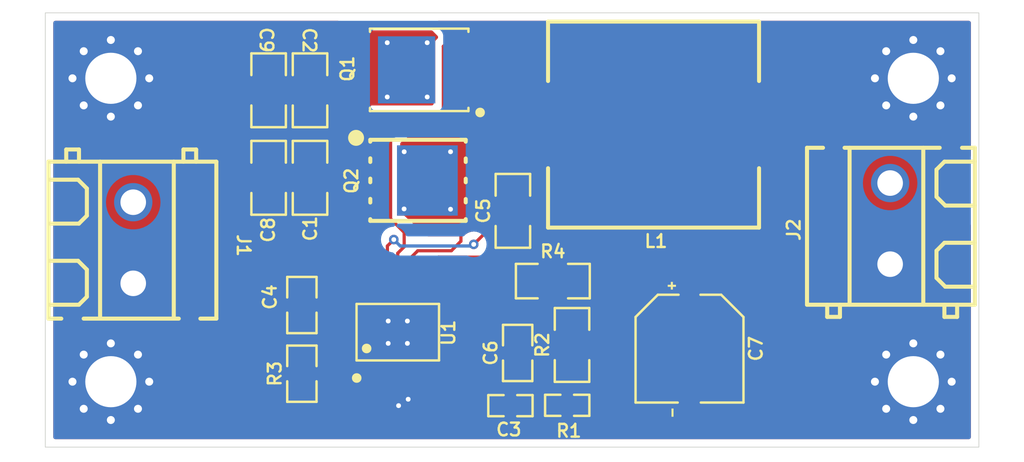
<source format=kicad_pcb>
(kicad_pcb (version 20240108) (generator "pcbnew") (generator_version "8.0")
  (layers (0 "F.Cu" signal) (31 "B.Cu" signal) (34 "B.Paste" user) (35 "F.Paste" user) (36 "B.SilkS" user "B.Silkscreen") (37 "F.SilkS" user "F.Silkscreen") (38 "B.Mask" user) (39 "F.Mask" user) (44 "Edge.Cuts" user))
  (net 0 "")
  (net 1 "GND")
  (net 2 "Net-(U1-SS)")
  (net 3 "Net-(U1-VCC)")
  (net 4 "Net-(U1-BST)")
  (net 5 "Net-(C6-Pad2)")
  (net 6 "Net-(U1-FB)")
  (net 7 "Net-(Q1-G)")
  (net 8 "Net-(Q2-G)")
  (net 9 "Net-(U1-RON)")
  (net 10 "Net-(U1-ILIM)")
  (net 12 "Net-(U1-VIN)")
  (net 13 "Net-(U1-SW)")
  (footprint "GT_Resistor:R1206" (layer "F.Cu") (at 32.95 -6.4 90)
    (property "Reference" "R2" (at 0 -1.85525 90) (layer "F.SilkS") (effects (font (size 0.8 0.8))))
    (property "Value" "88.7k" (hide yes))
    (fp_line (start 2.311 -1.079) (end 0.951 -1.079) (stroke (width 0.1525)) (layer "F.SilkS"))
    (fp_line (start -2.311 -1.079) (end -0.951 -1.079) (stroke (width 0.1525)) (layer "F.SilkS"))
    (fp_line (start 2.311 1.079) (end 2.311 -1.079) (stroke (width 0.1525)) (layer "F.SilkS"))
    (fp_line (start 0.951 1.079) (end 2.311 1.079) (stroke (width 0.1525)) (layer "F.SilkS"))
    (fp_line (start -0.951 1.079) (end -2.311 1.079) (stroke (width 0.1525)) (layer "F.SilkS"))
    (fp_line (start -2.311 1.079) (end -2.311 -1.079) (stroke (width 0.1525)) (layer "F.SilkS"))
    (pad "1" smd rect (at -1.479 0 90) (size 1.2075 1.701) (layers "F.Cu" "F.Paste" "F.Mask") (net 6 "Net-(U1-FB)"))
    (pad "2" smd rect (at 1.479 0 90) (size 1.2075 1.701) (layers "F.Cu" "F.Paste" "F.Mask") (net 5 "Net-(C6-Pad2)"))
  )
  (footprint "MountingHole:MountingHole_3.2mm_M3_Pad_Via" (layer "F.Cu") (at 4.1 -23.1)
    (property "Reference" "H1" (hide yes))
    (property "Value" "MountingHole_Pad")
    (pad "1" thru_hole circle (at -2.4 0) (size 0.8 0.8) (drill 0.5) (layers "*.Cu" "*.Mask") (net 1 "GND"))
    (pad "1" thru_hole circle (at -1.697056 -1.697056) (size 0.8 0.8) (drill 0.5) (layers "*.Cu" "*.Mask") (net 1 "GND"))
    (pad "1" thru_hole circle (at -1.697056 1.697056) (size 0.8 0.8) (drill 0.5) (layers "*.Cu" "*.Mask") (net 1 "GND"))
    (pad "1" thru_hole circle (at 0 -2.4) (size 0.8 0.8) (drill 0.5) (layers "*.Cu" "*.Mask") (net 1 "GND"))
    (pad "1" thru_hole circle (at 0 0) (size 6.4 6.4) (drill 3.2) (layers "*.Cu" "*.Mask") (net 1 "GND"))
    (pad "1" thru_hole circle (at 0 2.4) (size 0.8 0.8) (drill 0.5) (layers "*.Cu" "*.Mask") (net 1 "GND"))
    (pad "1" thru_hole circle (at 1.697056 -1.697056) (size 0.8 0.8) (drill 0.5) (layers "*.Cu" "*.Mask") (net 1 "GND"))
    (pad "1" thru_hole circle (at 1.697056 1.697056) (size 0.8 0.8) (drill 0.5) (layers "*.Cu" "*.Mask") (net 1 "GND"))
    (pad "1" thru_hole circle (at 2.4 0) (size 0.8 0.8) (drill 0.5) (layers "*.Cu" "*.Mask") (net 1 "GND"))
  )
  (footprint "MountingHole:MountingHole_3.2mm_M3_Pad_Via" (layer "F.Cu") (at 54.3 -4.1)
    (property "Reference" "H3" (hide yes))
    (property "Value" "MountingHole_Pad")
    (pad "1" thru_hole circle (at -2.4 0) (size 0.8 0.8) (drill 0.5) (layers "*.Cu" "*.Mask") (net 1 "GND"))
    (pad "1" thru_hole circle (at -1.697056 -1.697056) (size 0.8 0.8) (drill 0.5) (layers "*.Cu" "*.Mask") (net 1 "GND"))
    (pad "1" thru_hole circle (at -1.697056 1.697056) (size 0.8 0.8) (drill 0.5) (layers "*.Cu" "*.Mask") (net 1 "GND"))
    (pad "1" thru_hole circle (at 0 -2.4) (size 0.8 0.8) (drill 0.5) (layers "*.Cu" "*.Mask") (net 1 "GND"))
    (pad "1" thru_hole circle (at 0 0) (size 6.4 6.4) (drill 3.2) (layers "*.Cu" "*.Mask") (net 1 "GND"))
    (pad "1" thru_hole circle (at 0 2.4) (size 0.8 0.8) (drill 0.5) (layers "*.Cu" "*.Mask") (net 1 "GND"))
    (pad "1" thru_hole circle (at 1.697056 -1.697056) (size 0.8 0.8) (drill 0.5) (layers "*.Cu" "*.Mask") (net 1 "GND"))
    (pad "1" thru_hole circle (at 1.697056 1.697056) (size 0.8 0.8) (drill 0.5) (layers "*.Cu" "*.Mask") (net 1 "GND"))
    (pad "1" thru_hole circle (at 2.4 0) (size 0.8 0.8) (drill 0.5) (layers "*.Cu" "*.Mask") (net 1 "GND"))
  )
  (footprint "GT_Capacitor:C1206" (layer "F.Cu") (at 16.56 -16.868 90)
    (property "Reference" "C1" (at -3.181 0.01 90) (layer "F.SilkS") (effects (font (size 0.8 0.8))))
    (property "Value" "47uF" (hide yes))
    (fp_line (start 2.311 -1.079) (end 0.951 -1.079) (stroke (width 0.1525)) (layer "F.SilkS"))
    (fp_line (start -2.311 -1.079) (end -0.951 -1.079) (stroke (width 0.1525)) (layer "F.SilkS"))
    (fp_line (start 2.311 1.079) (end 2.311 -1.079) (stroke (width 0.1525)) (layer "F.SilkS"))
    (fp_line (start 0.951 1.079) (end 2.311 1.079) (stroke (width 0.1525)) (layer "F.SilkS"))
    (fp_line (start -0.951 1.079) (end -2.311 1.079) (stroke (width 0.1525)) (layer "F.SilkS"))
    (fp_line (start -2.311 1.079) (end -2.311 -1.079) (stroke (width 0.1525)) (layer "F.SilkS"))
    (pad "1" smd rect (at -1.479 0 90) (size 1.2075 1.701) (layers "F.Cu" "F.Paste" "F.Mask") (net 1 "GND"))
    (pad "2" smd rect (at 1.479 0 90) (size 1.2075 1.701) (layers "F.Cu" "F.Paste" "F.Mask") (net 12 "Net-(U1-VIN)"))
  )
  (footprint "GT_Capacitor:SMD,D6.3xL5.8mm" (layer "F.Cu") (at 40.3 -6.17 -90)
    (property "Reference" "C7" (at 0 -4.15225 90) (layer "F.SilkS") (effects (font (size 0.8 0.8))))
    (property "Value" "100uF" (hide yes))
    (fp_line (start -1.981 3.3755) (end -3.3755 1.981) (stroke (width 0.1525)) (layer "F.SilkS"))
    (fp_line (start 3.3755 3.3755) (end -1.981 3.3755) (stroke (width 0.1525)) (layer "F.SilkS"))
    (fp_line (start -3.376 1.981) (end -3.376 0.686) (stroke (width 0.1525)) (layer "F.SilkS"))
    (fp_line (start 3.376 0.7395) (end 3.376 3.3755) (stroke (width 0.1525)) (layer "F.SilkS"))
    (fp_line (start 3.376 -0.7075) (end 3.376 -3.376) (stroke (width 0.1525)) (layer "F.SilkS"))
    (fp_line (start -3.376 -1.98) (end -3.376 -0.686) (stroke (width 0.1525)) (layer "F.SilkS"))
    (fp_line (start -1.98 -3.376) (end -3.376 -1.98) (stroke (width 0.1525)) (layer "F.SilkS"))
    (fp_line (start 3.376 -3.376) (end -1.98 -3.376) (stroke (width 0.1525)) (layer "F.SilkS"))
    (fp_rect (start -4.181898 1.041017) (end -3.69949 1.170017) (fill solid) (layer "F.SilkS"))
    (fp_rect (start -4 0.847517) (end -3.871 1.363517) (fill solid) (layer "F.SilkS"))
    (fp_poly (pts (xy 4.266 1) (xy 4.266 1.129) (xy 3.75 1.129) (xy 3.75 1)) (fill solid) (layer "F.SilkS"))
    (pad "1" smd rect (at -2.67 0 270) (size 3.5 1.2) (layers "F.Cu" "F.Paste" "F.Mask") (net 5 "Net-(C6-Pad2)"))
    (pad "2" smd rect (at 2.67 0 270) (size 3.5 1.2) (layers "F.Cu" "F.Paste" "F.Mask") (net 1 "GND"))
  )
  (footprint "GT_Capacitor:C0805" (layer "F.Cu") (at 16.05 -8.9 90)
    (property "Reference" "C4" (at 0.5 -2 90) (layer "F.SilkS") (effects (font (size 0.8 0.8))))
    (property "Value" "2.2uF" (hide yes))
    (fp_line (start 1.761 -0.917) (end 0.476 -0.917) (stroke (width 0.1525)) (layer "F.SilkS"))
    (fp_line (start -1.761 -0.917) (end -0.476 -0.917) (stroke (width 0.1525)) (layer "F.SilkS"))
    (fp_line (start 1.761 0.917) (end 1.761 -0.917) (stroke (width 0.1525)) (layer "F.SilkS"))
    (fp_line (start 0.476 0.917) (end 1.761 0.917) (stroke (width 0.1525)) (layer "F.SilkS"))
    (fp_line (start -0.476 0.917) (end -1.761 0.917) (stroke (width 0.1525)) (layer "F.SilkS"))
    (fp_line (start -1.761 0.917) (end -1.761 -0.917) (stroke (width 0.1525)) (layer "F.SilkS"))
    (pad "1" smd rect (at -1 0 90) (size 1.1325 1.377) (layers "F.Cu" "F.Paste" "F.Mask") (net 3 "Net-(U1-VCC)"))
    (pad "2" smd rect (at 1 0 90) (size 1.1325 1.377) (layers "F.Cu" "F.Paste" "F.Mask") (net 1 "GND"))
  )
  (footprint "GT_Resistor:R1206" (layer "F.Cu") (at 31.75 -10.4)
    (property "Reference" "R4" (at 0 -1.85525 0) (layer "F.SilkS") (effects (font (size 0.8 0.8))))
    (property "Value" "604R" (hide yes))
    (fp_line (start -2.311 -1.079) (end -0.951 -1.079) (stroke (width 0.1525)) (layer "F.SilkS"))
    (fp_line (start -2.311 1.079) (end -2.311 -1.079) (stroke (width 0.1525)) (layer "F.SilkS"))
    (fp_line (start -0.951 1.079) (end -2.311 1.079) (stroke (width 0.1525)) (layer "F.SilkS"))
    (fp_line (start 0.951 1.079) (end 2.311 1.079) (stroke (width 0.1525)) (layer "F.SilkS"))
    (fp_line (start 2.311 -1.079) (end 0.951 -1.079) (stroke (width 0.1525)) (layer "F.SilkS"))
    (fp_line (start 2.311 1.079) (end 2.311 -1.079) (stroke (width 0.1525)) (layer "F.SilkS"))
    (pad "1" smd rect (at -1.479 0) (size 1.2075 1.701) (layers "F.Cu" "F.Paste" "F.Mask") (net 10 "Net-(U1-ILIM)"))
    (pad "2" smd rect (at 1.479 0) (size 1.2075 1.701) (layers "F.Cu" "F.Paste" "F.Mask") (net 13 "Net-(U1-SW)"))
  )
  (footprint "GT_Connectors:ST-2P-Plugin,P=5.08mm" (layer "F.Cu") (at 5.5 -12.8 -90)
    (property "Reference" "J1" (at 0.171 -6.907 -90) (layer "F.SilkS") (effects (font (size 0.8 0.8))))
    (property "Value" "1x2P" (hide yes))
    (fp_line (start -5.08 5.3) (end 4.75 5.3) (stroke (width 0.254)) (layer "F.SilkS"))
    (fp_line (start -3.95 5.3) (end -3.95 3.45) (stroke (width 0.254)) (layer "F.SilkS"))
    (fp_line (start 1.13 5.3) (end 1.13 3.45) (stroke (width 0.254)) (layer "F.SilkS"))
    (fp_line (start 4.75 4.5) (end 4.75 5.29875) (stroke (width 0.254)) (layer "F.SilkS"))
    (fp_line (start -5.842 4.191) (end -5.08 4.191) (stroke (width 0.254)) (layer "F.SilkS"))
    (fp_line (start -3.95 3.45) (end -3.4 2.9) (stroke (width 0.254)) (layer "F.SilkS"))
    (fp_line (start 1.13 3.45) (end 1.68 2.9) (stroke (width 0.254)) (layer "F.SilkS"))
    (fp_line (start -1.2 3.4) (end -1.2 5.3) (stroke (width 0.254)) (layer "F.SilkS"))
    (fp_line (start 3.88 3.4) (end 3.88 5.3) (stroke (width 0.254)) (layer "F.SilkS"))
    (fp_line (start -5.842 3.3935) (end -5.842 4.191) (stroke (width 0.254)) (layer "F.SilkS"))
    (fp_line (start -5.08 3.3935) (end -5.842 3.3935) (stroke (width 0.254)) (layer "F.SilkS"))
    (fp_line (start -3.4 2.9) (end -1.7 2.9) (stroke (width 0.254)) (layer "F.SilkS"))
    (fp_line (start -1.7 2.9) (end -1.2 3.4) (stroke (width 0.254)) (layer "F.SilkS"))
    (fp_line (start 1.68 2.9) (end 3.38 2.9) (stroke (width 0.254)) (layer "F.SilkS"))
    (fp_line (start 3.38 2.9) (end 3.88 3.4) (stroke (width 0.254)) (layer "F.SilkS"))
    (fp_line (start -5.08 2.073) (end 4.75 2.073) (stroke (width 0.254)) (layer "F.SilkS"))
    (fp_line (start -5.08 -2.5365) (end 4.75 -2.5365) (stroke (width 0.254)) (layer "F.SilkS"))
    (fp_line (start 4.75 -2.85) (end 4.75 3.1) (stroke (width 0.254)) (layer "F.SilkS"))
    (fp_line (start -5.842 -3.1395) (end -5.08 -3.1395) (stroke (width 0.254)) (layer "F.SilkS"))
    (fp_line (start -5.842 -3.937) (end -5.842 -3.1395) (stroke (width 0.254)) (layer "F.SilkS"))
    (fp_line (start -5.08 -3.937) (end -5.842 -3.937) (stroke (width 0.254)) (layer "F.SilkS"))
    (fp_line (start 4.75 -5.19875) (end 4.75 -4.2) (stroke (width 0.254)) (layer "F.SilkS"))
    (fp_line (start -5.08 -5.2) (end -5.08 5.3) (stroke (width 0.254)) (layer "F.SilkS"))
    (fp_line (start -5.08 -5.2) (end 4.75 -5.2) (stroke (width 0.254)) (layer "F.SilkS"))
    (pad "1" thru_hole circle (at -2.54 0 270) (size 2.4 2.4) (drill 1.6) (layers "*.Cu" "*.Mask") (net 12 "Net-(U1-VIN)"))
    (pad "2" thru_hole circle (at 2.54 0 270) (size 2.4 2.4) (drill 1.6) (layers "*.Cu" "*.Mask") (net 1 "GND"))
  )
  (footprint "GT_Capacitor:C1206" (layer "F.Cu") (at 16.56 -22.349 -90)
    (property "Reference" "C2" (at -3.131 0.04 -90) (layer "F.SilkS") (effects (font (size 0.8 0.8))))
    (property "Value" "100nF" (hide yes))
    (fp_line (start -2.311 1.079) (end -2.311 -1.079) (stroke (width 0.1525)) (layer "F.SilkS"))
    (fp_line (start -0.951 1.079) (end -2.311 1.079) (stroke (width 0.1525)) (layer "F.SilkS"))
    (fp_line (start 0.951 1.079) (end 2.311 1.079) (stroke (width 0.1525)) (layer "F.SilkS"))
    (fp_line (start 2.311 1.079) (end 2.311 -1.079) (stroke (width 0.1525)) (layer "F.SilkS"))
    (fp_line (start -2.311 -1.079) (end -0.951 -1.079) (stroke (width 0.1525)) (layer "F.SilkS"))
    (fp_line (start 2.311 -1.079) (end 0.951 -1.079) (stroke (width 0.1525)) (layer "F.SilkS"))
    (pad "1" smd rect (at -1.479 0 270) (size 1.2075 1.701) (layers "F.Cu" "F.Paste" "F.Mask") (net 1 "GND"))
    (pad "2" smd rect (at 1.479 0 270) (size 1.2075 1.701) (layers "F.Cu" "F.Paste" "F.Mask") (net 12 "Net-(U1-VIN)"))
  )
  (footprint "MountingHole:MountingHole_3.2mm_M3_Pad_Via" (layer "F.Cu") (at 4.1 -4.1)
    (property "Reference" "H4" (hide yes))
    (property "Value" "MountingHole_Pad")
    (pad "1" thru_hole circle (at -2.4 0) (size 0.8 0.8) (drill 0.5) (layers "*.Cu" "*.Mask") (net 1 "GND"))
    (pad "1" thru_hole circle (at -1.697056 -1.697056) (size 0.8 0.8) (drill 0.5) (layers "*.Cu" "*.Mask") (net 1 "GND"))
    (pad "1" thru_hole circle (at -1.697056 1.697056) (size 0.8 0.8) (drill 0.5) (layers "*.Cu" "*.Mask") (net 1 "GND"))
    (pad "1" thru_hole circle (at 0 -2.4) (size 0.8 0.8) (drill 0.5) (layers "*.Cu" "*.Mask") (net 1 "GND"))
    (pad "1" thru_hole circle (at 0 0) (size 6.4 6.4) (drill 3.2) (layers "*.Cu" "*.Mask") (net 1 "GND"))
    (pad "1" thru_hole circle (at 0 2.4) (size 0.8 0.8) (drill 0.5) (layers "*.Cu" "*.Mask") (net 1 "GND"))
    (pad "1" thru_hole circle (at 1.697056 -1.697056) (size 0.8 0.8) (drill 0.5) (layers "*.Cu" "*.Mask") (net 1 "GND"))
    (pad "1" thru_hole circle (at 1.697056 1.697056) (size 0.8 0.8) (drill 0.5) (layers "*.Cu" "*.Mask") (net 1 "GND"))
    (pad "1" thru_hole circle (at 2.4 0) (size 0.8 0.8) (drill 0.5) (layers "*.Cu" "*.Mask") (net 1 "GND"))
  )
  (footprint "Buck_converter:DFN-8_L5.8-W4.9-P1.27-LS6.0-BL-1" (layer "F.Cu") (at 23.25 -16.7 -90)
    (property "Reference" "Q2" (at 0.02 4.1 90) (layer "F.SilkS") (effects (font (size 0.8 0.8))))
    (property "Value" "CSD17581Q5A")
    (fp_line (start -2.55 2.92) (end -2.55 -3.05) (stroke (width 0.25)) (layer "F.SilkS"))
    (fp_line (start -2.43 2.92) (end -2.55 2.92) (stroke (width 0.25)) (layer "F.SilkS"))
    (fp_line (start -1.16 2.92) (end -1.39 2.92) (stroke (width 0.25)) (layer "F.SilkS"))
    (fp_line (start 0.11 2.92) (end -0.12 2.92) (stroke (width 0.25)) (layer "F.SilkS"))
    (fp_line (start 1.38 2.92) (end 1.15 2.92) (stroke (width 0.25)) (layer "F.SilkS"))
    (fp_line (start 2.53 2.92) (end 2.42 2.92) (stroke (width 0.25)) (layer "F.SilkS"))
    (fp_line (start -2.55 -3.05) (end -2.43 -3.05) (stroke (width 0.25)) (layer "F.SilkS"))
    (fp_line (start -1.38 -3.05) (end -1.16 -3.05) (stroke (width 0.25)) (layer "F.SilkS"))
    (fp_line (start -0.11 -3.05) (end 0.11 -3.05) (stroke (width 0.25)) (layer "F.SilkS"))
    (fp_line (start 1.16 -3.05) (end 1.37 -3.05) (stroke (width 0.25)) (layer "F.SilkS"))
    (fp_line (start 2.42 -3.05) (end 2.53 -3.05) (stroke (width 0.25)) (layer "F.SilkS"))
    (fp_line (start 2.53 -3.05) (end 2.53 2.92) (stroke (width 0.25)) (layer "F.SilkS"))
    (fp_arc (start -2.67 3.81) (mid -2.67 3.81) (end -2.67 3.81) (stroke (width 0.5)) (layer "F.SilkS"))
    (pad "1" smd rect (at -1.91 2.75 90) (size 0.58 1.2) (layers "F.Cu" "F.Paste" "F.Mask") (net 1 "GND"))
    (pad "2" smd rect (at -0.64 2.75 90) (size 0.58 1.2) (layers "F.Cu" "F.Paste" "F.Mask") (net 1 "GND"))
    (pad "3" smd rect (at 0.63 2.75 90) (size 0.58 1.2) (layers "F.Cu" "F.Paste" "F.Mask") (net 1 "GND"))
    (pad "4" smd rect (at 1.9 2.75 90) (size 0.58 1.2) (layers "F.Cu" "F.Paste" "F.Mask") (net 8 "Net-(Q2-G)"))
    (pad "5" smd rect (at 1.91 -2.75 270) (size 0.58 1.2) (layers "F.Cu" "F.Paste" "F.Mask") (net 13 "Net-(U1-SW)"))
    (pad "6" smd rect (at 0.64 -2.75 270) (size 0.58 1.2) (layers "F.Cu" "F.Paste" "F.Mask") (net 13 "Net-(U1-SW)"))
    (pad "7" smd rect (at -0.63 -2.75 270) (size 0.58 1.2) (layers "F.Cu" "F.Paste" "F.Mask") (net 13 "Net-(U1-SW)"))
    (pad "8" smd rect (at -1.9 -2.75 270) (size 0.58 1.2) (layers "F.Cu" "F.Paste" "F.Mask") (net 13 "Net-(U1-SW)"))
    (pad "9" thru_hole circle (at -1.8 -2.1 270) (size 0.8 0.8) (drill 0.3) (property pad_prop_heatsink) (layers "*.Cu" "*.Mask") (net 13 "Net-(U1-SW)"))
    (pad "9" thru_hole circle (at -1.8 0.8 270) (size 0.8 0.8) (drill 0.3) (property pad_prop_heatsink) (layers "*.Cu" "*.Mask") (net 13 "Net-(U1-SW)"))
    (pad "9" smd rect (at 0 -0.651368 270) (size 4.4 3.8) (layers "B.Cu" "B.Paste" "B.Mask") (net 13 "Net-(U1-SW)"))
    (pad "9" smd rect (at 0 -0.65 270) (size 4.4 3.8) (layers "F.Cu" "F.Paste" "F.Mask") (net 13 "Net-(U1-SW)"))
    (pad "9" thru_hole circle (at 1.780596 0.805857 270) (size 0.8 0.8) (drill 0.3) (property pad_prop_heatsink) (layers "*.Cu" "*.Mask") (net 13 "Net-(U1-SW)"))
    (pad "9" thru_hole circle (at 1.8 -2.1 270) (size 0.8 0.8) (drill 0.3) (property pad_prop_heatsink) (layers "*.Cu" "*.Mask") (net 13 "Net-(U1-SW)"))
  )
  (footprint "Buck_converter:PQFN-8_L5.8-W4.9-P1.27-LS6.0-BL" (layer "F.Cu") (at 23.39 -23.63 90)
    (property "Reference" "Q1" (at 0.07 -4.49 -90) (layer "F.SilkS") (effects (font (size 0.8 0.8))))
    (property "Value" "CSD16342Q5A")
    (fp_line (start 2.58 -3.08) (end 2.58 -3.08) (stroke (width 0.15)) (layer "F.SilkS"))
    (fp_line (start 2.58 -3.08) (end 2.38 -3.08) (stroke (width 0.15)) (layer "F.SilkS"))
    (fp_line (start -2.58 -3.08) (end -2.38 -3.08) (stroke (width 0.15)) (layer "F.SilkS"))
    (fp_line (start -2.58 -3.08) (end -2.58 -3.08) (stroke (width 0.15)) (layer "F.SilkS"))
    (fp_line (start 2.58 3.08) (end 2.58 -3.08) (stroke (width 0.15)) (layer "F.SilkS"))
    (fp_line (start 2.58 3.08) (end 2.58 3.08) (stroke (width 0.15)) (layer "F.SilkS"))
    (fp_line (start 2.38 3.08) (end 2.58 3.08) (stroke (width 0.15)) (layer "F.SilkS"))
    (fp_line (start -2.38 3.08) (end -2.58 3.08) (stroke (width 0.15)) (layer "F.SilkS"))
    (fp_line (start -2.58 3.08) (end -2.58 -3.08) (stroke (width 0.15)) (layer "F.SilkS"))
    (fp_line (start -2.58 3.08) (end -2.58 3.08) (stroke (width 0.15)) (layer "F.SilkS"))
    (fp_circle (center -2.67 3.81) (end -2.52 3.81) (stroke (width 0.3)) (fill none) (layer "F.SilkS"))
    (pad "1" smd oval (at -1.91 2.97 90) (size 0.57 1.6) (layers "F.Cu" "F.Paste" "F.Mask") (net 13 "Net-(U1-SW)"))
    (pad "2" smd oval (at -0.63 2.97 90) (size 0.57 1.6) (layers "F.Cu" "F.Paste" "F.Mask") (net 13 "Net-(U1-SW)"))
    (pad "3" smd oval (at 0.63 2.97 90) (size 0.57 1.6) (layers "F.Cu" "F.Paste" "F.Mask") (net 13 "Net-(U1-SW)"))
    (pad "4" smd oval (at 1.9 2.97 90) (size 0.57 1.6) (layers "F.Cu" "F.Paste" "F.Mask") (net 7 "Net-(Q1-G)"))
    (pad "5" smd oval (at 1.9 -2.97 90) (size 0.57 1.6) (layers "F.Cu" "F.Paste" "F.Mask") (net 12 "Net-(U1-VIN)"))
    (pad "6" smd oval (at 0.63 -2.97 90) (size 0.57 1.6) (layers "F.Cu" "F.Paste" "F.Mask") (net 12 "Net-(U1-VIN)"))
    (pad "7" smd oval (at -0.63 -2.97 90) (size 0.57 1.6) (layers "F.Cu" "F.Paste" "F.Mask") (net 12 "Net-(U1-VIN)"))
    (pad "8" smd oval (at -1.91 -2.97 90) (size 0.57 1.6) (layers "F.Cu" "F.Paste" "F.Mask") (net 12 "Net-(U1-VIN)"))
    (pad "9" thru_hole circle (at -1.7 -2 90) (size 0.8 0.8) (drill 0.3) (property pad_prop_heatsink) (layers "*.Cu" "*.Mask") (net 12 "Net-(U1-VIN)"))
    (pad "9" thru_hole circle (at -1.7 0.5 90) (size 0.8 0.8) (drill 0.3) (property pad_prop_heatsink) (layers "*.Cu" "*.Mask") (net 12 "Net-(U1-VIN)"))
    (pad "9" smd rect (at 0 -0.79 90) (size 4.2 3.58) (layers "F.Cu" "F.Paste" "F.Mask") (net 12 "Net-(U1-VIN)"))
    (pad "9" smd rect (at 0 -0.79 90) (size 4.2 3.58) (layers "B.Cu" "B.Paste" "B.Mask") (net 12 "Net-(U1-VIN)"))
    (pad "9" thru_hole circle (at 1.7 -2 90) (size 0.8 0.8) (drill 0.3) (property pad_prop_heatsink) (layers "*.Cu" "*.Mask") (net 12 "Net-(U1-VIN)"))
    (pad "9" thru_hole circle (at 1.7 0.5 90) (size 0.8 0.8) (drill 0.3) (property pad_prop_heatsink) (layers "*.Cu" "*.Mask") (net 12 "Net-(U1-VIN)"))
  )
  (footprint "GT_Capacitor:C1206" (layer "F.Cu") (at 29.25 -14.8 90)
    (property "Reference" "C5" (at 0 -1.85525 90) (layer "F.SilkS") (effects (font (size 0.8 0.8))))
    (property "Value" "470nF" (hide yes))
    (fp_line (start 2.311 -1.079) (end 0.951 -1.079) (stroke (width 0.1525)) (layer "F.SilkS"))
    (fp_line (start -2.311 -1.079) (end -0.951 -1.079) (stroke (width 0.1525)) (layer "F.SilkS"))
    (fp_line (start 2.311 1.079) (end 2.311 -1.079) (stroke (width 0.1525)) (layer "F.SilkS"))
    (fp_line (start 0.951 1.079) (end 2.311 1.079) (stroke (width 0.1525)) (layer "F.SilkS"))
    (fp_line (start -0.951 1.079) (end -2.311 1.079) (stroke (width 0.1525)) (layer "F.SilkS"))
    (fp_line (start -2.311 1.079) (end -2.311 -1.079) (stroke (width 0.1525)) (layer "F.SilkS"))
    (pad "1" smd rect (at -1.479 0 90) (size 1.2075 1.701) (layers "F.Cu" "F.Paste" "F.Mask") (net 4 "Net-(U1-BST)"))
    (pad "2" smd rect (at 1.479 0 90) (size 1.2075 1.701) (layers "F.Cu" "F.Paste" "F.Mask") (net 13 "Net-(U1-SW)"))
  )
  (footprint "GT_Capacitor:C1206" (layer "F.Cu") (at 13.97 -22.349 -90)
    (property "Reference" "C9" (at -3.151 0.14 -90) (layer "F.SilkS") (effects (font (size 0.8 0.8))))
    (property "Value" "47uF" (hide yes))
    (fp_line (start -2.311 1.079) (end -2.311 -1.079) (stroke (width 0.1525)) (layer "F.SilkS"))
    (fp_line (start -0.951 1.079) (end -2.311 1.079) (stroke (width 0.1525)) (layer "F.SilkS"))
    (fp_line (start 0.951 1.079) (end 2.311 1.079) (stroke (width 0.1525)) (layer "F.SilkS"))
    (fp_line (start 2.311 1.079) (end 2.311 -1.079) (stroke (width 0.1525)) (layer "F.SilkS"))
    (fp_line (start -2.311 -1.079) (end -0.951 -1.079) (stroke (width 0.1525)) (layer "F.SilkS"))
    (fp_line (start 2.311 -1.079) (end 0.951 -1.079) (stroke (width 0.1525)) (layer "F.SilkS"))
    (pad "1" smd rect (at -1.479 0 270) (size 1.2075 1.701) (layers "F.Cu" "F.Paste" "F.Mask") (net 1 "GND"))
    (pad "2" smd rect (at 1.479 0 270) (size 1.2075 1.701) (layers "F.Cu" "F.Paste" "F.Mask") (net 12 "Net-(U1-VIN)"))
  )
  (footprint "GT_Resistor:R0603" (layer "F.Cu") (at 32.65 -2.621)
    (property "Reference" "R1" (at 0.1 1.6 0) (layer "F.SilkS") (effects (font (size 0.8 0.8))))
    (property "Value" "9.76k" (hide yes))
    (fp_line (start -1.385 -0.6605) (end -0.426 -0.6605) (stroke (width 0.1525)) (layer "F.SilkS"))
    (fp_line (start -1.385 0.6605) (end -1.385 -0.6605) (stroke (width 0.1525)) (layer "F.SilkS"))
    (fp_line (start -0.426 0.6605) (end -1.385 0.6605) (stroke (width 0.1525)) (layer "F.SilkS"))
    (fp_line (start 0.426 0.6605) (end 1.385 0.6605) (stroke (width 0.1525)) (layer "F.SilkS"))
    (fp_line (start 1.385 -0.6605) (end 0.426 -0.6605) (stroke (width 0.1525)) (layer "F.SilkS"))
    (fp_line (start 1.385 0.6605) (end 1.385 -0.6605) (stroke (width 0.1525)) (layer "F.SilkS"))
    (pad "1" smd rect (at -0.7535 0) (size 0.8065 0.864) (layers "F.Cu" "F.Paste" "F.Mask") (net 1 "GND"))
    (pad "2" smd rect (at 0.7535 0) (size 0.8065 0.864) (layers "F.Cu" "F.Paste" "F.Mask") (net 6 "Net-(U1-FB)"))
  )
  (footprint "Buck_converter:HTSSOP-14_L5.0-W4.4-P0.65-LS6.4-BL-EP" (layer "F.Cu") (at 22.05 -7.2)
    (property "Reference" "U1" (at 3.17 0.04 90) (layer "F.SilkS") (effects (font (size 0.8 0.8))))
    (property "Value" "LM3150MHX")
    (fp_line (start -2.58 -1.77) (end 2.58 -1.77) (stroke (width 0.15)) (layer "F.SilkS"))
    (fp_line (start -2.58 1.77) (end -2.58 -1.77) (stroke (width 0.15)) (layer "F.SilkS"))
    (fp_line (start 2.58 -1.77) (end 2.58 1.77) (stroke (width 0.15)) (layer "F.SilkS"))
    (fp_line (start 2.58 1.77) (end -2.58 1.77) (stroke (width 0.15)) (layer "F.SilkS"))
    (fp_circle (center -2.57 2.87) (end -2.42 2.87) (stroke (width 0.3)) (fill none) (layer "F.SilkS"))
    (fp_circle (center -1.95 1.02) (end -1.8 1.02) (stroke (width 0.3)) (fill none) (layer "F.SilkS"))
    (pad "1" smd oval (at -1.95 2.87) (size 0.34 1.73) (layers "F.Cu" "F.Paste" "F.Mask") (net 3 "Net-(U1-VCC)"))
    (pad "2" smd oval (at -1.3 2.87) (size 0.34 1.73) (layers "F.Cu" "F.Paste" "F.Mask") (net 12 "Net-(U1-VIN)"))
    (pad "3" smd oval (at -0.65 2.87) (size 0.34 1.73) (layers "F.Cu" "F.Paste" "F.Mask"))
    (pad "4" smd oval (at 0 2.87) (size 0.34 1.73) (layers "F.Cu" "F.Paste" "F.Mask") (net 6 "Net-(U1-FB)"))
    (pad "5" smd oval (at 0.65 2.87) (size 0.34 1.73) (layers "F.Cu" "F.Paste" "F.Mask") (net 1 "GND"))
    (pad "6" smd oval (at 1.3 2.87) (size 0.34 1.73) (layers "F.Cu" "F.Paste" "F.Mask") (net 2 "Net-(U1-SS)"))
    (pad "7" smd oval (at 1.95 2.87) (size 0.34 1.73) (layers "F.Cu" "F.Paste" "F.Mask") (net 9 "Net-(U1-RON)"))
    (pad "8" smd oval (at 1.95 -2.87) (size 0.34 1.73) (layers "F.Cu" "F.Paste" "F.Mask") (net 10 "Net-(U1-ILIM)"))
    (pad "9" smd oval (at 1.3 -2.87) (size 0.34 1.73) (layers "F.Cu" "F.Paste" "F.Mask") (net 1 "GND"))
    (pad "10" smd oval (at 0.65 -2.87) (size 0.34 1.73) (layers "F.Cu" "F.Paste" "F.Mask") (net 13 "Net-(U1-SW)"))
    (pad "11" smd oval (at 0 -2.87) (size 0.34 1.73) (layers "F.Cu" "F.Paste" "F.Mask") (net 7 "Net-(Q1-G)"))
    (pad "12" smd oval (at -0.65 -2.87) (size 0.34 1.73) (layers "F.Cu" "F.Paste" "F.Mask") (net 4 "Net-(U1-BST)"))
    (pad "13" smd oval (at -1.3 -2.87) (size 0.34 1.73) (layers "F.Cu" "F.Paste" "F.Mask") (net 8 "Net-(Q2-G)"))
    (pad "14" smd oval (at -1.95 -2.87) (size 0.34 1.73) (layers "F.Cu" "F.Paste" "F.Mask") (net 1 "GND"))
    (pad "15" thru_hole circle (at -0.6 -0.7) (size 0.61 0.61) (drill 0.3) (layers "*.Cu" "*.Paste" "*.Mask") (net 1 "GND"))
    (pad "15" thru_hole circle (at -0.6 0.7) (size 0.61 0.61) (drill 0.3) (layers "*.Cu" "*.Paste" "*.Mask") (net 1 "GND"))
    (pad "15" smd rect (at 0 0) (size 1.83 2.06) (layers "F.Cu" "F.Paste" "F.Mask") (net 1 "GND"))
    (pad "15" smd rect (at 0 0) (size 1.83 2.06) (layers "B.Cu" "B.Paste" "B.Mask") (net 1 "GND"))
    (pad "15" thru_hole circle (at 0.6 -0.7) (size 0.61 0.61) (drill 0.3) (layers "*.Cu" "*.Paste" "*.Mask") (net 1 "GND"))
    (pad "15" thru_hole circle (at 0.6 0.7) (size 0.61 0.61) (drill 0.3) (layers "*.Cu" "*.Paste" "*.Mask") (net 1 "GND"))
  )
  (footprint "GT_Connectors:ST-2P-Plugin,P=5.08mm" (layer "F.Cu") (at 52.85 -14 90)
    (property "Reference" "J2" (at -0.381 -6.027 90) (layer "F.SilkS") (effects (font (size 0.8 0.8))))
    (property "Value" "1x2P" (hide yes))
    (fp_line (start -5.08 -5.2) (end 4.75 -5.2) (stroke (width 0.254)) (layer "F.SilkS"))
    (fp_line (start -5.08 -5.2) (end -5.08 5.3) (stroke (width 0.254)) (layer "F.SilkS"))
    (fp_line (start 4.75 -5.19875) (end 4.75 -4.2) (stroke (width 0.254)) (layer "F.SilkS"))
    (fp_line (start -5.08 -3.937) (end -5.842 -3.937) (stroke (width 0.254)) (layer "F.SilkS"))
    (fp_line (start -5.842 -3.937) (end -5.842 -3.1395) (stroke (width 0.254)) (layer "F.SilkS"))
    (fp_line (start -5.842 -3.1395) (end -5.08 -3.1395) (stroke (width 0.254)) (layer "F.SilkS"))
    (fp_line (start 4.75 -2.85) (end 4.75 3.1) (stroke (width 0.254)) (layer "F.SilkS"))
    (fp_line (start -5.08 -2.5365) (end 4.75 -2.5365) (stroke (width 0.254)) (layer "F.SilkS"))
    (fp_line (start -5.08 2.073) (end 4.75 2.073) (stroke (width 0.254)) (layer "F.SilkS"))
    (fp_line (start 3.38 2.9) (end 3.88 3.4) (stroke (width 0.254)) (layer "F.SilkS"))
    (fp_line (start 1.68 2.9) (end 3.38 2.9) (stroke (width 0.254)) (layer "F.SilkS"))
    (fp_line (start -1.7 2.9) (end -1.2 3.4) (stroke (width 0.254)) (layer "F.SilkS"))
    (fp_line (start -3.4 2.9) (end -1.7 2.9) (stroke (width 0.254)) (layer "F.SilkS"))
    (fp_line (start -5.08 3.3935) (end -5.842 3.3935) (stroke (width 0.254)) (layer "F.SilkS"))
    (fp_line (start -5.842 3.3935) (end -5.842 4.191) (stroke (width 0.254)) (layer "F.SilkS"))
    (fp_line (start 3.88 3.4) (end 3.88 5.3) (stroke (width 0.254)) (layer "F.SilkS"))
    (fp_line (start -1.2 3.4) (end -1.2 5.3) (stroke (width 0.254)) (layer "F.SilkS"))
    (fp_line (start 1.13 3.45) (end 1.68 2.9) (stroke (width 0.254)) (layer "F.SilkS"))
    (fp_line (start -3.95 3.45) (end -3.4 2.9) (stroke (width 0.254)) (layer "F.SilkS"))
    (fp_line (start -5.842 4.191) (end -5.08 4.191) (stroke (width 0.254)) (layer "F.SilkS"))
    (fp_line (start 4.75 4.5) (end 4.75 5.29875) (stroke (width 0.254)) (layer "F.SilkS"))
    (fp_line (start 1.13 5.3) (end 1.13 3.45) (stroke (width 0.254)) (layer "F.SilkS"))
    (fp_line (start -3.95 5.3) (end -3.95 3.45) (stroke (width 0.254)) (layer "F.SilkS"))
    (fp_line (start -5.08 5.3) (end 4.75 5.3) (stroke (width 0.254)) (layer "F.SilkS"))
    (pad "1" thru_hole circle (at -2.54 0 90) (size 2.4 2.4) (drill 1.6) (layers "*.Cu" "*.Mask") (net 1 "GND"))
    (pad "2" thru_hole circle (at 2.54 0 90) (size 2.4 2.4) (drill 1.6) (layers "*.Cu" "*.Mask") (net 5 "Net-(C6-Pad2)"))
  )
  (footprint "Buck_converter:IND-SMD_L13.2-W12.9_MMD-12FD" (layer "F.Cu") (at 38.05 -20.2)
    (property "Reference" "L1" (at 0.15 7.3 0) (layer "F.SilkS") (effects (font (size 0.8 0.8))))
    (property "Value" "2.2uH")
    (fp_line (start -6.6 -6.45) (end 6.6 -6.45) (stroke (width 0.25)) (layer "F.SilkS"))
    (fp_line (start -6.6 -2.73) (end -6.6 -6.45) (stroke (width 0.25)) (layer "F.SilkS"))
    (fp_line (start -6.6 6.45) (end -6.6 2.73) (stroke (width 0.25)) (layer "F.SilkS"))
    (fp_line (start 6.6 -2.73) (end 6.6 -6.45) (stroke (width 0.25)) (layer "F.SilkS"))
    (fp_line (start 6.6 6.45) (end -6.6 6.45) (stroke (width 0.25)) (layer "F.SilkS"))
    (fp_line (start 6.6 6.45) (end 6.6 2.73) (stroke (width 0.25)) (layer "F.SilkS"))
    (pad "1" smd rect (at -6 0) (size 3 5) (layers "F.Cu" "F.Paste" "F.Mask") (net 13 "Net-(U1-SW)"))
    (pad "2" smd rect (at 6 0) (size 3 5) (layers "F.Cu" "F.Paste" "F.Mask") (net 5 "Net-(C6-Pad2)"))
  )
  (footprint "GT_Capacitor:C0603" (layer "F.Cu") (at 29.0965 -2.6 180)
    (property "Reference" "C3" (at 0.1 -1.5 0) (layer "F.SilkS") (effects (font (size 0.8 0.8))))
    (property "Value" "15nF" (hide yes))
    (fp_line (start 1.385 0.6605) (end 1.385 -0.6605) (stroke (width 0.1525)) (layer "F.SilkS"))
    (fp_line (start 1.385 -0.6605) (end 0.426 -0.6605) (stroke (width 0.1525)) (layer "F.SilkS"))
    (fp_line (start 0.426 0.6605) (end 1.385 0.6605) (stroke (width 0.1525)) (layer "F.SilkS"))
    (fp_line (start -0.426 0.6605) (end -1.385 0.6605) (stroke (width 0.1525)) (layer "F.SilkS"))
    (fp_line (start -1.385 0.6605) (end -1.385 -0.6605) (stroke (width 0.1525)) (layer "F.SilkS"))
    (fp_line (start -1.385 -0.6605) (end -0.426 -0.6605) (stroke (width 0.1525)) (layer "F.SilkS"))
    (pad "1" smd rect (at -0.7535 0 180) (size 0.8065 0.864) (layers "F.Cu" "F.Paste" "F.Mask") (net 1 "GND"))
    (pad "2" smd rect (at 0.7535 0 180) (size 0.8065 0.864) (layers "F.Cu" "F.Paste" "F.Mask") (net 2 "Net-(U1-SS)"))
  )
  (footprint "GT_Capacitor:C1206" (layer "F.Cu") (at 13.97 -16.868 90)
    (property "Reference" "C8" (at -3.261 -0.03 90) (layer "F.SilkS") (effects (font (size 0.8 0.8))))
    (property "Value" "47uF" (hide yes))
    (fp_line (start 2.311 -1.079) (end 0.951 -1.079) (stroke (width 0.1525)) (layer "F.SilkS"))
    (fp_line (start -2.311 -1.079) (end -0.951 -1.079) (stroke (width 0.1525)) (layer "F.SilkS"))
    (fp_line (start 2.311 1.079) (end 2.311 -1.079) (stroke (width 0.1525)) (layer "F.SilkS"))
    (fp_line (start 0.951 1.079) (end 2.311 1.079) (stroke (width 0.1525)) (layer "F.SilkS"))
    (fp_line (start -0.951 1.079) (end -2.311 1.079) (stroke (width 0.1525)) (layer "F.SilkS"))
    (fp_line (start -2.311 1.079) (end -2.311 -1.079) (stroke (width 0.1525)) (layer "F.SilkS"))
    (pad "1" smd rect (at -1.479 0 90) (size 1.2075 1.701) (layers "F.Cu" "F.Paste" "F.Mask") (net 1 "GND"))
    (pad "2" smd rect (at 1.479 0 90) (size 1.2075 1.701) (layers "F.Cu" "F.Paste" "F.Mask") (net 12 "Net-(U1-VIN)"))
  )
  (footprint "GT_Resistor:R0805" (layer "F.Cu") (at 16.05 -4.6 90)
    (property "Reference" "R3" (at 0 -1.69325 90) (layer "F.SilkS") (effects (font (size 0.8 0.8))))
    (property "Value" "121K" (hide yes))
    (fp_line (start 1.761 -0.917) (end 0.476 -0.917) (stroke (width 0.1525)) (layer "F.SilkS"))
    (fp_line (start -1.761 -0.917) (end -0.476 -0.917) (stroke (width 0.1525)) (layer "F.SilkS"))
    (fp_line (start 1.761 0.917) (end 1.761 -0.917) (stroke (width 0.1525)) (layer "F.SilkS"))
    (fp_line (start 0.476 0.917) (end 1.761 0.917) (stroke (width 0.1525)) (layer "F.SilkS"))
    (fp_line (start -0.476 0.917) (end -1.761 0.917) (stroke (width 0.1525)) (layer "F.SilkS"))
    (fp_line (start -1.761 0.917) (end -1.761 -0.917) (stroke (width 0.1525)) (layer "F.SilkS"))
    (pad "1" smd rect (at -1 0 90) (size 1.1325 1.377) (layers "F.Cu" "F.Paste" "F.Mask") (net 9 "Net-(U1-RON)"))
    (pad "2" smd rect (at 1 0 90) (size 1.1325 1.377) (layers "F.Cu" "F.Paste" "F.Mask") (net 12 "Net-(U1-VIN)"))
  )
  (footprint "GT_Capacitor:C0805" (layer "F.Cu") (at 29.55 -5.9 90)
    (property "Reference" "C6" (at 0 -1.69325 90) (layer "F.SilkS") (effects (font (size 0.8 0.8))))
    (property "Value" "180pF" (hide yes))
    (fp_line (start 1.761 -0.917) (end 0.476 -0.917) (stroke (width 0.1525)) (layer "F.SilkS"))
    (fp_line (start -1.761 -0.917) (end -0.476 -0.917) (stroke (width 0.1525)) (layer "F.SilkS"))
    (fp_line (start 1.761 0.917) (end 1.761 -0.917) (stroke (width 0.1525)) (layer "F.SilkS"))
    (fp_line (start 0.476 0.917) (end 1.761 0.917) (stroke (width 0.1525)) (layer "F.SilkS"))
    (fp_line (start -0.476 0.917) (end -1.761 0.917) (stroke (width 0.1525)) (layer "F.SilkS"))
    (fp_line (start -1.761 0.917) (end -1.761 -0.917) (stroke (width 0.1525)) (layer "F.SilkS"))
    (pad "1" smd rect (at -1 0 90) (size 1.1325 1.377) (layers "F.Cu" "F.Paste" "F.Mask") (net 6 "Net-(U1-FB)"))
    (pad "2" smd rect (at 1 0 90) (size 1.1325 1.377) (layers "F.Cu" "F.Paste" "F.Mask") (net 5 "Net-(C6-Pad2)"))
  )
  (footprint "MountingHole:MountingHole_3.2mm_M3_Pad_Via" (layer "F.Cu") (at 54.3 -23.1)
    (property "Reference" "H2" (hide yes))
    (property "Value" "MountingHole_Pad")
    (pad "1" thru_hole circle (at -2.4 0) (size 0.8 0.8) (drill 0.5) (layers "*.Cu" "*.Mask") (net 1 "GND"))
    (pad "1" thru_hole circle (at -1.697056 -1.697056) (size 0.8 0.8) (drill 0.5) (layers "*.Cu" "*.Mask") (net 1 "GND"))
    (pad "1" thru_hole circle (at -1.697056 1.697056) (size 0.8 0.8) (drill 0.5) (layers "*.Cu" "*.Mask") (net 1 "GND"))
    (pad "1" thru_hole circle (at 0 -2.4) (size 0.8 0.8) (drill 0.5) (layers "*.Cu" "*.Mask") (net 1 "GND"))
    (pad "1" thru_hole circle (at 0 0) (size 6.4 6.4) (drill 3.2) (layers "*.Cu" "*.Mask") (net 1 "GND"))
    (pad "1" thru_hole circle (at 0 2.4) (size 0.8 0.8) (drill 0.5) (layers "*.Cu" "*.Mask") (net 1 "GND"))
    (pad "1" thru_hole circle (at 1.697056 -1.697056) (size 0.8 0.8) (drill 0.5) (layers "*.Cu" "*.Mask") (net 1 "GND"))
    (pad "1" thru_hole circle (at 1.697056 1.697056) (size 0.8 0.8) (drill 0.5) (layers "*.Cu" "*.Mask") (net 1 "GND"))
    (pad "1" thru_hole circle (at 2.4 0) (size 0.8 0.8) (drill 0.5) (layers "*.Cu" "*.Mask") (net 1 "GND"))
  )
  (gr_rect (start 0 -27.2) (end 58.4 0) (stroke (width 0.05)) (fill none) (layer "Edge.Cuts"))
  (segment (start 23.35 -8.6) (end 22.65 -7.9) (width 0.2) (layer "F.Cu") (net 1))
  (segment (start 23.35 -10.07) (end 23.35 -8.6) (width 0.2) (layer "F.Cu") (net 1))
  (segment (start 20.5 -18.61) (end 20.5 -16.07) (width 0.2) (layer "F.Cu") (net 1))
  (segment (start 22.7 -4.33) (end 22.7 -3) (width 0.2) (layer "F.Cu") (net 1))
  (via (at 22.7 -3) (size 0.6) (drill 0.3) (layers "F.Cu" "B.Cu") (net 1))
  (via (at 22.1 -2.6) (size 0.6) (drill 0.3) (layers "F.Cu" "B.Cu") (net 1))
  (segment (start 23.455 -5.5) (end 23.35 -5.395) (width 0.2) (layer "F.Cu") (net 2))
  (segment (start 23.35 -5.395) (end 23.35 -4.33) (width 0.2) (layer "F.Cu") (net 2))
  (segment (start 28.343 -2.6) (end 28.343 -3.557) (width 0.2) (layer "F.Cu") (net 2))
  (segment (start 28.343 -3.557) (end 26.4 -5.5) (width 0.2) (layer "F.Cu") (net 2))
  (segment (start 26.4 -5.5) (end 23.455 -5.5) (width 0.2) (layer "F.Cu") (net 2))
  (segment (start 19.2 -6.9) (end 20.1 -6) (width 0.2) (layer "F.Cu") (net 3))
  (segment (start 16.05 -7.9) (end 17.2 -7.9) (width 0.2) (layer "F.Cu") (net 3))
  (segment (start 20.1 -6) (end 20.1 -4.33) (width 0.2) (layer "F.Cu") (net 3))
  (segment (start 18.2 -6.9) (end 19.2 -6.9) (width 0.2) (layer "F.Cu") (net 3))
  (segment (start 17.2 -7.9) (end 18.2 -6.9) (width 0.2) (layer "F.Cu") (net 3))
  (segment (start 29.25 -13.321) (end 27.421 -13.321) (width 0.2) (layer "F.Cu") (net 4))
  (segment (start 21.4 -10.07) (end 21.4 -12.6) (width 0.2) (layer "F.Cu") (net 4))
  (segment (start 21.4 -12.6) (end 21.8 -13) (width 0.2) (layer "F.Cu") (net 4))
  (segment (start 27.421 -13.321) (end 26.8 -12.7) (width 0.2) (layer "F.Cu") (net 4))
  (via (at 21.8 -13) (size 0.6) (drill 0.3) (layers "F.Cu" "B.Cu") (net 4))
  (via (at 26.8 -12.7) (size 0.6) (drill 0.3) (layers "F.Cu" "B.Cu") (net 4))
  (segment (start 22.2 -12.6) (end 21.8 -13) (width 0.2) (layer "B.Cu") (net 4))
  (segment (start 26.6 -12.6) (end 22.2 -12.6) (width 0.2) (layer "B.Cu") (net 4))
  (segment (start 26.8 -12.7) (end 26.7 -12.7) (width 0.2) (layer "B.Cu") (net 4))
  (segment (start 26.7 -12.7) (end 26.6 -12.6) (width 0.2) (layer "B.Cu") (net 4))
  (segment (start 39.339 -7.879) (end 40.3 -8.84) (width 0.2) (layer "F.Cu") (net 5))
  (segment (start 29.55 -7.65) (end 29.779 -7.879) (width 0.2) (layer "F.Cu") (net 5))
  (segment (start 49.19 -20.2) (end 52.85 -16.54) (width 0.2) (layer "F.Cu") (net 5))
  (segment (start 40.3 -16.45) (end 44.05 -20.2) (width 0.2) (layer "F.Cu") (net 5))
  (segment (start 29.55 -6.9) (end 29.55 -7.65) (width 0.2) (layer "F.Cu") (net 5))
  (segment (start 29.779 -7.879) (end 32.95 -7.879) (width 0.2) (layer "F.Cu") (net 5))
  (segment (start 32.95 -7.879) (end 39.339 -7.879) (width 0.2) (layer "F.Cu") (net 5))
  (segment (start 44.05 -20.2) (end 49.19 -20.2) (width 0.2) (layer "F.Cu") (net 5))
  (segment (start 40.3 -8.84) (end 40.3 -16.45) (width 0.2) (layer "F.Cu") (net 5))
  (segment (start 23.265 -5.87) (end 22.57 -5.87) (width 0.2) (layer "F.Cu") (net 6))
  (segment (start 34.7 -4.5) (end 34.7 -2.9) (width 0.2) (layer "F.Cu") (net 6))
  (segment (start 34.279 -4.921) (end 34.7 -4.5) (width 0.2) (layer "F.Cu") (net 6))
  (segment (start 29.55 -4.9) (end 32.929 -4.9) (width 0.2) (layer "F.Cu") (net 6))
  (segment (start 27.65 -6.8) (end 24.195 -6.8) (width 0.2) (layer "F.Cu") (net 6))
  (segment (start 29.55 -4.9) (end 27.65 -6.8) (width 0.2) (layer "F.Cu") (net 6))
  (segment (start 34.421 -2.621) (end 33.4035 -2.621) (width 0.2) (layer "F.Cu") (net 6))
  (segment (start 22.57 -5.87) (end 22.05 -5.35) (width 0.2) (layer "F.Cu") (net 6))
  (segment (start 32.929 -4.9) (end 32.95 -4.921) (width 0.2) (layer "F.Cu") (net 6))
  (segment (start 32.95 -4.921) (end 34.279 -4.921) (width 0.2) (layer "F.Cu") (net 6))
  (segment (start 34.7 -2.9) (end 34.421 -2.621) (width 0.2) (layer "F.Cu") (net 6))
  (segment (start 24.195 -6.8) (end 23.265 -5.87) (width 0.2) (layer "F.Cu") (net 6))
  (segment (start 22.05 -5.35) (end 22.05 -4.33) (width 0.2) (layer "F.Cu") (net 6))
  (segment (start 21.6 -14.3) (end 22.45 -13.45) (width 0.2) (layer "F.Cu") (net 7))
  (segment (start 25.33 -25.53) (end 24.9 -25.1) (width 0.2) (layer "F.Cu") (net 7))
  (segment (start 24.3 -20.1) (end 22.2 -20.1) (width 0.2) (layer "F.Cu") (net 7))
  (segment (start 22.05 -10.07) (end 22.05 -12.15) (width 0.2) (layer "F.Cu") (net 7))
  (segment (start 24.9 -25.1) (end 24.9 -20.7) (width 0.2) (layer "F.Cu") (net 7))
  (segment (start 22.2 -20.1) (end 21.6 -19.5) (width 0.2) (layer "F.Cu") (net 7))
  (segment (start 26.36 -25.53) (end 25.33 -25.53) (width 0.2) (layer "F.Cu") (net 7))
  (segment (start 24.9 -20.7) (end 24.3 -20.1) (width 0.2) (layer "F.Cu") (net 7))
  (segment (start 22.45 -13.45) (end 22.45 -12.55) (width 0.2) (layer "F.Cu") (net 7))
  (segment (start 22.05 -12.15) (end 22.45 -12.55) (width 0.2) (layer "F.Cu") (net 7))
  (segment (start 21.6 -19.5) (end 21.6 -14.3) (width 0.2) (layer "F.Cu") (net 7))
  (segment (start 20.5 -14.8) (end 20.75 -14.55) (width 0.2) (layer "F.Cu") (net 8))
  (segment (start 20.75 -14.55) (end 20.75 -10.07) (width 0.2) (layer "F.Cu") (net 8))
  (segment (start 16.05 -2.25) (end 16.7 -1.6) (width 0.2) (layer "F.Cu") (net 9))
  (segment (start 23.4 -1.6) (end 24 -2.2) (width 0.2) (layer "F.Cu") (net 9))
  (segment (start 24 -2.2) (end 24 -4.33) (width 0.2) (layer "F.Cu") (net 9))
  (segment (start 16.7 -1.6) (end 23.4 -1.6) (width 0.2) (layer "F.Cu") (net 9))
  (segment (start 16.05 -3.6) (end 16.05 -2.25) (width 0.2) (layer "F.Cu") (net 9))
  (segment (start 24 -10.07) (end 24 -11.3) (width 0.2) (layer "F.Cu") (net 10))
  (segment (start 30.271 -11.529) (end 30.271 -10.4) (width 0.2) (layer "F.Cu") (net 10))
  (segment (start 29.9 -11.9) (end 30.271 -11.529) (width 0.2) (layer "F.Cu") (net 10))
  (segment (start 24 -11.3) (end 24.6 -11.9) (width 0.2) (layer "F.Cu") (net 10))
  (segment (start 24.6 -11.9) (end 29.9 -11.9) (width 0.2) (layer "F.Cu") (net 10))
  (segment (start 13.123 -17.5) (end 13.97 -18.347) (width 0.2) (layer "F.Cu") (net 12))
  (segment (start 17.3 -5.6) (end 17.9 -5) (width 0.2) (layer "F.Cu") (net 12))
  (segment (start 16.56 -20.87) (end 13.97 -20.87) (width 0.2) (layer "F.Cu") (net 12))
  (segment (start 7.39175 -17.5) (end 13.123 -17.5) (width 0.2) (layer "F.Cu") (net 12))
  (segment (start 18.6 -2.3) (end 20.2 -2.3) (width 0.2) (layer "F.Cu") (net 12))
  (segment (start 16.05 -5.6) (end 12.9 -5.6) (width 0.2) (layer "F.Cu") (net 12))
  (segment (start 17.9 -5) (end 17.9 -3) (width 0.2) (layer "F.Cu") (net 12))
  (segment (start 19.57 -20.87) (end 20.42 -21.72) (width 0.2) (layer "F.Cu") (net 12))
  (segment (start 20.2 -2.3) (end 20.75 -2.85) (width 0.2) (layer "F.Cu") (net 12))
  (segment (start 5.3 -15.40825) (end 7.39175 -17.5) (width 0.2) (layer "F.Cu") (net 12))
  (segment (start 16.56 -20.87) (end 19.57 -20.87) (width 0.2) (layer "F.Cu") (net 12))
  (segment (start 16.56 -18.347) (end 16.56 -20.87) (width 0.2) (layer "F.Cu") (net 12))
  (segment (start 5.3 -13.2) (end 5.3 -15.40825) (width 0.2) (layer "F.Cu") (net 12))
  (segment (start 17.9 -3) (end 18.6 -2.3) (width 0.2) (layer "F.Cu") (net 12))
  (segment (start 13.97 -18.347) (end 13.97 -20.87) (width 0.2) (layer "F.Cu") (net 12))
  (segment (start 20.75 -2.85) (end 20.75 -4.33) (width 0.2) (layer "F.Cu") (net 12))
  (segment (start 16.05 -5.6) (end 17.3 -5.6) (width 0.2) (layer "F.Cu") (net 12))
  (segment (start 12.9 -5.6) (end 5.3 -13.2) (width 0.2) (layer "F.Cu") (net 12))
  (segment (start 23.3 -12.3) (end 25.4 -12.3) (width 0.2) (layer "F.Cu") (net 13))
  (segment (start 26.86 -16.06) (end 27.1 -16.3) (width 0.2) (layer "F.Cu") (net 13))
  (segment (start 31.721 -16.279) (end 33.229 -14.771) (width 0.2) (layer "F.Cu") (net 13))
  (segment (start 26.36 -24.26) (end 26.36 -21.72) (width 0.2) (layer "F.Cu") (net 13))
  (segment (start 28.5 -19.6) (end 27.5 -18.6) (width 0.2) (layer "F.Cu") (net 13))
  (segment (start 29.25 -19.75) (end 29.7 -20.2) (width 0.2) (layer "F.Cu") (net 13))
  (segment (start 25.4 -12.3) (end 26 -12.9) (width 0.2) (layer "F.Cu") (net 13))
  (segment (start 33.229 -14.771) (end 33.229 -10.4) (width 0.2) (layer "F.Cu") (net 13))
  (segment (start 22.7 -11.7) (end 23.3 -12.3) (width 0.2) (layer "F.Cu") (net 13))
  (segment (start 29.25 -16.279) (end 29.25 -19.75) (width 0.2) (layer "F.Cu") (net 13))
  (segment (start 27.58 -21.72) (end 28.5 -20.8) (width 0.2) (layer "F.Cu") (net 13))
  (segment (start 22.7 -10.07) (end 22.7 -11.7) (width 0.2) (layer "F.Cu") (net 13))
  (segment (start 29.229 -16.3) (end 29.25 -16.279) (width 0.2) (layer "F.Cu") (net 13))
  (segment (start 29.7 -20.2) (end 32.05 -20.2) (width 0.2) (layer "F.Cu") (net 13))
  (segment (start 26 -16.06) (end 26.86 -16.06) (width 0.2) (layer "F.Cu") (net 13))
  (segment (start 26.36 -21.72) (end 27.58 -21.72) (width 0.2) (layer "F.Cu") (net 13))
  (segment (start 28.5 -20.8) (end 28.5 -19.6) (width 0.2) (layer "F.Cu") (net 13))
  (segment (start 27.5 -18.6) (end 26 -18.6) (width 0.2) (layer "F.Cu") (net 13))
  (segment (start 29.25 -16.279) (end 31.721 -16.279) (width 0.2) (layer "F.Cu") (net 13))
  (segment (start 27.1 -16.3) (end 29.229 -16.3) (width 0.2) (layer "F.Cu") (net 13))
  (segment (start 26 -12.9) (end 26 -14.79) (width 0.2) (layer "F.Cu") (net 13))
  (zone (net 12) (net_name "Net-(U1-VIN)") (layer "F.Cu") (priority 1) (connect_pads yes (clearance 0.5)) (min_thickness 0.25) (fill yes (thermal_gap 0.5) (thermal_bridge_width 0.5))
    (polygon (pts (xy 24.2 -26.1) (xy 24.7 -25.6) (xy 24.7 -21.7) (xy 24.4 -21.4) (xy 20.4 -21.4) (xy 17.8 -18.8) (xy 17.8 -17.9) (xy 16.9 -17) (xy 10.2 -17) (xy 6.5 -13.3) (xy 4.5 -13.3) (xy 3.4 -14.4) (xy 3.4 -16.6) (xy 9 -22.2) (xy 17 -22.2) (xy 18.2 -23.4) (xy 18.2 -25.6) (xy 18.7 -26.1)))
  )
  (zone (net 5) (net_name "Net-(C6-Pad2)") (layer "F.Cu") (priority 1) (connect_pads yes (clearance 0.5)) (min_thickness 0.25) (fill yes (thermal_gap 0.5) (thermal_bridge_width 0.5))
    (polygon (pts (xy 44 -6.1) (xy 49.4 -13.3) (xy 56.3 -13.3) (xy 57.7 -14.7) (xy 57.7 -17.4) (xy 56.4 -18.8) (xy 53.5 -18.8) (xy 46.4 -25.9) (xy 38.3 -25.9) (xy 36.5 -24.4) (xy 36.5 -9.7) (xy 35.5 -8.9) (xy 29.1 -8.9) (xy 28.4 -8.2) (xy 28.4 -7.4) (xy 29.1 -6.9) (xy 30.6 -6.9) (xy 31.1 -6.1)))
  )
  (zone (net 13) (net_name "Net-(U1-SW)") (layer "F.Cu") (priority 1) (connect_pads yes (clearance 0.5)) (min_thickness 0.25) (fill yes (thermal_gap 0.5) (thermal_bridge_width 0.5))
    (polygon (pts (xy 25.2 -24.4) (xy 25.8 -24.9) (xy 34.2 -24.9) (xy 35.4 -23.3) (xy 35.4 -10) (xy 34.3 -8.9) (xy 32.5 -8.9) (xy 31.6 -9.8) (xy 31.6 -13.8) (xy 29.2 -15.6) (xy 27.8 -15.6) (xy 27.3 -14.9) (xy 27.3 -13.9) (xy 26.7 -13.2) (xy 23.9 -13.2) (xy 22 -14.9) (xy 22 -18.9) (xy 22.9 -19.6) (xy 24.3 -19.6) (xy 25.2 -20.5)))
  )
  (zone (net 1) (net_name "GND") (layers "F&B.Cu") (connect_pads yes (clearance 0.5)) (min_thickness 0.25) (fill yes (thermal_gap 0.5) (thermal_bridge_width 0.5))
    (polygon (pts (xy 58.3 -27.1) (xy 58.3 -0.1) (xy 0.1 -0.1) (xy 0.1 -27.1)))
  )
)
</source>
